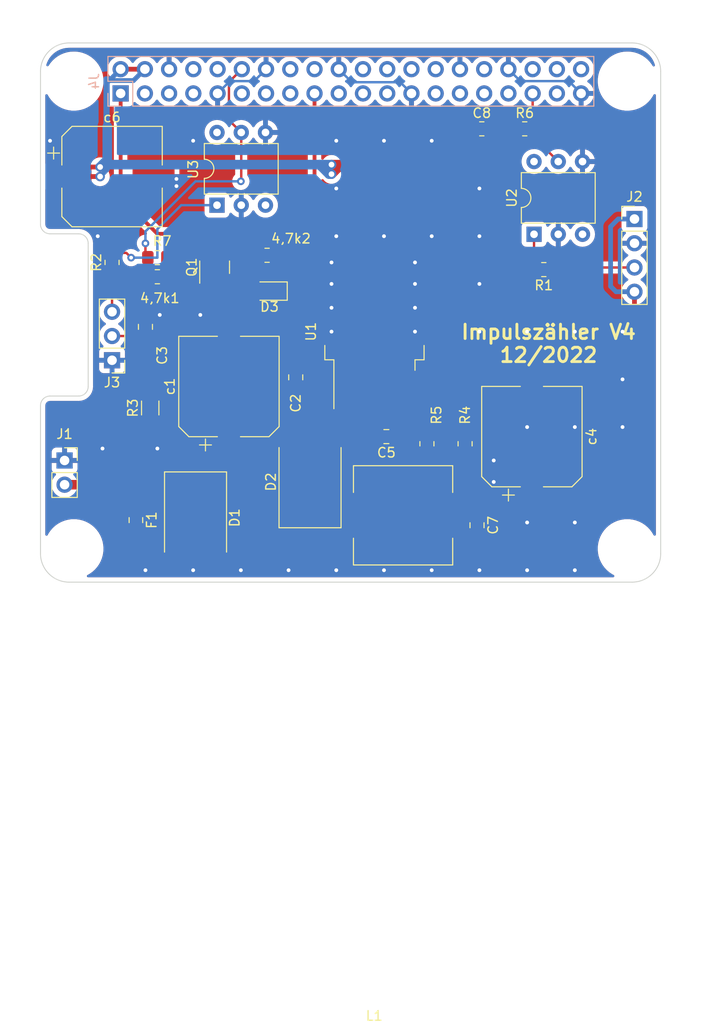
<source format=kicad_pcb>
(kicad_pcb (version 20211014) (generator pcbnew)
  (title_block (date "2022-12-14") (rev "V4"))
  (layers (0 "F.Cu" signal) (31 "B.Cu" signal) (34 "B.Paste" user) (35 "F.Paste" user) (36 "B.SilkS" user "B.Silkscreen") (37 "F.SilkS" user "F.Silkscreen") (38 "B.Mask" user) (39 "F.Mask" user) (44 "Edge.Cuts" user))
  (net 0 "")
  (net 1 "+3V3")
  (net 2 "Net-(4,7k1-Pad1)")
  (net 3 "Net-(R1-Pad2)")
  (net 4 "GND")
  (net 5 "Net-(C3-Pad1)")
  (net 6 "GPIO19")
  (net 7 "Net-(C5-Pad1)")
  (net 8 "+24V")
  (net 9 "+5C")
  (net 10 "Net-(D1-Pad2)")
  (net 11 "Net-(D3-Pad2)")
  (net 12 "Net-(R2-Pad2)")
  (net 14 "Net-(4,7k1-Pad2)")
  (net 16 "Net-(4,7k2-Pad1)")
  (net 17 "Net-(F1-Pad1)")
  (net 18 "Net-(J2-Pad3)")
  (net 19 "Net-(D2-Pad1)")
  (net 48 "Net-(J3-Pad3)")
  (footprint "Resistor_SMD:R_0805_2012Metric_Pad1.20x1.40mm_HandSolder" (layer "F.Cu") (at 196.75 58.5 180)
    (fp_text reference "R1" (at 0 -1.65) (layer "F.SilkS"))
    (fp_text value "1k")
    (fp_line (start -0.227064 0.735) (end 0.227064 0.735) (layer "F.SilkS") (width 0.12))
    (fp_line (start -0.227064 -0.735) (end 0.227064 -0.735) (layer "F.SilkS") (width 0.12))
    (pad "1" smd roundrect (at -1 0 180) (size 1.2 1.4) (layers "F.Cu" "F.Paste" "F.Mask") (roundrect_rratio 0.2083333333) (net 18 "Net-(J2-Pad3)"))
    (pad "2" smd roundrect (at 1 0 180) (size 1.2 1.4) (layers "F.Cu" "F.Paste" "F.Mask") (roundrect_rratio 0.2083333333) (net 3 "Net-(R1-Pad2)"))
  )
  (footprint "Resistor_SMD:R_0805_2012Metric_Pad1.20x1.40mm_HandSolder" (layer "F.Cu") (at 156.25 57.25 180)
    (fp_text reference "R7" (at -0.5 1.75) (layer "F.SilkS"))
    (fp_text value "10k")
    (fp_line (start -0.227064 -0.735) (end 0.227064 -0.735) (layer "F.SilkS") (width 0.12))
    (fp_line (start -0.227064 0.735) (end 0.227064 0.735) (layer "F.SilkS") (width 0.12))
    (pad "1" smd roundrect (at -1 0 180) (size 1.2 1.4) (layers "F.Cu" "F.Paste" "F.Mask") (roundrect_rratio 0.2083333333) (net 1 "+3V3"))
    (pad "2" smd roundrect (at 1 0 180) (size 1.2 1.4) (layers "F.Cu" "F.Paste" "F.Mask") (roundrect_rratio 0.2083333333) (net 14 "Net-(4,7k1-Pad2)"))
  )
  (footprint "RPi_Hat:RPi_Hat_Mounting_Hole" (layer "F.Cu") (at 147.5 87.75)
    (fp_text reference "" hide)
    (fp_text value "" hide)
    (pad "" np_thru_hole circle locked (at 0 0) (size 2.75 2.75) (drill 2.75) (layers F&B.Cu *.Mask) (clearance 1.725))
  )
  (footprint "Resistor_SMD:R_0805_2012Metric_Pad1.20x1.40mm_HandSolder" (layer "F.Cu") (at 151.5 57.75 90)
    (fp_text reference "R2" (at 0 -1.65 90) (layer "F.SilkS"))
    (fp_text value "2.2k")
    (fp_line (start -0.227064 -0.735) (end 0.227064 -0.735) (layer "F.SilkS") (width 0.12))
    (fp_line (start -0.227064 0.735) (end 0.227064 0.735) (layer "F.SilkS") (width 0.12))
    (pad "1" smd roundrect (at -1 0 90) (size 1.2 1.4) (layers "F.Cu" "F.Paste" "F.Mask") (roundrect_rratio 0.2083333333) (net 48 "Net-(J3-Pad3)"))
    (pad "2" smd roundrect (at 1 0 90) (size 1.2 1.4) (layers "F.Cu" "F.Paste" "F.Mask") (roundrect_rratio 0.2083333333) (net 12 "Net-(R2-Pad2)"))
  )
  (footprint "Fuse:Fuse_0805_2012Metric_Pad1.15x1.40mm_HandSolder" (layer "F.Cu") (at 154 84.75 -90)
    (fp_text reference "F1" (at 0 -1.65 -90) (layer "F.SilkS"))
    (fp_text value "Fuse")
    (fp_line (start -0.261252 -0.71) (end 0.261252 -0.71) (layer "F.SilkS") (width 0.12))
    (fp_line (start -0.261252 0.71) (end 0.261252 0.71) (layer "F.SilkS") (width 0.12))
    (pad "1" smd roundrect (at -1.025 0 270) (size 1.15 1.4) (layers "F.Cu" "F.Paste" "F.Mask") (roundrect_rratio 0.217391) (net 17 "Net-(F1-Pad1)"))
    (pad "2" smd roundrect (at 1.025 0 270) (size 1.15 1.4) (layers "F.Cu" "F.Paste" "F.Mask") (roundrect_rratio 0.217391) (net 10 "Net-(D1-Pad2)"))
  )
  (footprint "Capacitor_SMD:CP_Elec_10x12.6" (layer "F.Cu") (at 163.75 70.75 90)
    (fp_text reference "c1" (at 0 -6.2 90) (layer "F.SilkS"))
    (fp_text value "100")
    (fp_line (start -4.195563 -5.26) (end 5.26 -5.26) (layer "F.SilkS") (width 0.12))
    (fp_line (start 5.26 5.26) (end 5.26 1.21) (layer "F.SilkS") (width 0.12))
    (fp_line (start -5.26 4.195563) (end -5.26 1.21) (layer "F.SilkS") (width 0.12))
    (fp_line (start -6.75 -2.46) (end -5.5 -2.46) (layer "F.SilkS") (width 0.12))
    (fp_line (start -5.26 4.195563) (end -4.195563 5.26) (layer "F.SilkS") (width 0.12))
    (fp_line (start -5.26 -4.195563) (end -5.26 -1.21) (layer "F.SilkS") (width 0.12))
    (fp_line (start -5.26 -4.195563) (end -4.195563 -5.26) (layer "F.SilkS") (width 0.12))
    (fp_line (start -6.125 -3.085) (end -6.125 -1.835) (layer "F.SilkS") (width 0.12))
    (fp_line (start 5.26 -5.26) (end 5.26 -1.21) (layer "F.SilkS") (width 0.12))
    (fp_line (start -4.195563 5.26) (end 5.26 5.26) (layer "F.SilkS") (width 0.12))
    (pad "1" smd roundrect (at -4.35 0 90) (size 4.4 1.9) (layers "F.Cu" "F.Paste" "F.Mask") (roundrect_rratio 0.1315789474) (net 8 "+24V"))
    (pad "2" smd roundrect (at 4.35 0 90) (size 4.4 1.9) (layers "F.Cu" "F.Paste" "F.Mask") (roundrect_rratio 0.1315789474) (net 4 "GND"))
  )
  (footprint "Resistor_SMD:R_0805_2012Metric_Pad1.20x1.40mm_HandSolder" (layer "F.Cu") (at 156.25 59.25 180)
    (fp_text reference "4,7k1" (at -0.25 -2.25) (layer "F.SilkS"))
    (fp_text value "R")
    (fp_line (start -0.227064 0.735) (end 0.227064 0.735) (layer "F.SilkS") (width 0.12))
    (fp_line (start -0.227064 -0.735) (end 0.227064 -0.735) (layer "F.SilkS") (width 0.12))
    (pad "1" smd roundrect (at -1 0 180) (size 1.2 1.4) (layers "F.Cu" "F.Paste" "F.Mask") (roundrect_rratio 0.2083333333) (net 2 "Net-(4,7k1-Pad1)"))
    (pad "2" smd roundrect (at 1 0 180) (size 1.2 1.4) (layers "F.Cu" "F.Paste" "F.Mask") (roundrect_rratio 0.2083333333) (net 14 "Net-(4,7k1-Pad2)"))
  )
  (footprint "Capacitor_SMD:CP_Elec_10x12.6" (layer "F.Cu") (at 151.5 48.75)
    (fp_text reference "c6" (at 0 -6.2) (layer "F.SilkS"))
    (fp_text value "470")
    (fp_line (start -6.75 -2.46) (end -5.5 -2.46) (layer "F.SilkS") (width 0.12))
    (fp_line (start -4.195563 5.26) (end 5.26 5.26) (layer "F.SilkS") (width 0.12))
    (fp_line (start 5.26 -5.26) (end 5.26 -1.21) (layer "F.SilkS") (width 0.12))
    (fp_line (start -5.26 -4.195563) (end -5.26 -1.21) (layer "F.SilkS") (width 0.12))
    (fp_line (start 5.26 5.26) (end 5.26 1.21) (layer "F.SilkS") (width 0.12))
    (fp_line (start -5.26 -4.195563) (end -4.195563 -5.26) (layer "F.SilkS") (width 0.12))
    (fp_line (start -5.26 4.195563) (end -5.26 1.21) (layer "F.SilkS") (width 0.12))
    (fp_line (start -4.195563 -5.26) (end 5.26 -5.26) (layer "F.SilkS") (width 0.12))
    (fp_line (start -6.125 -3.085) (end -6.125 -1.835) (layer "F.SilkS") (width 0.12))
    (fp_line (start -5.26 4.195563) (end -4.195563 5.26) (layer "F.SilkS") (width 0.12))
    (pad "1" smd roundrect (at -4.35 0) (size 4.4 1.9) (layers "F.Cu" "F.Paste" "F.Mask") (roundrect_rratio 0.1315789474) (net 9 "+5C"))
    (pad "2" smd roundrect (at 4.35 0) (size 4.4 1.9) (layers "F.Cu" "F.Paste" "F.Mask") (roundrect_rratio 0.1315789474) (net 4 "GND"))
  )
  (footprint "Inductor_SMD:L_Wuerth_HCI-1040" (layer "F.Cu") (at 182 84.25)
    (fp_text reference "L1" (at -3.025 52.45) (layer "F.SilkS"))
    (fp_text value "47uH")
    (fp_line (start 5.2 5.2) (end 5.2 2.4) (layer "F.SilkS") (width 0.12))
    (fp_line (start -5.2 -2.4) (end -5.2 -5.2) (layer "F.SilkS") (width 0.12))
    (fp_line (start -5.2 -5.2) (end 5.2 -5.2) (layer "F.SilkS") (width 0.12))
    (fp_line (start -5.2 2.4) (end -5.2 5.2) (layer "F.SilkS") (width 0.12))
    (fp_line (start -5.2 5.2) (end 5.2 5.2) (layer "F.SilkS") (width 0.12))
    (fp_line (start 5.2 -5.2) (end 5.2 -2.4) (layer "F.SilkS") (width 0.12))
    (pad "1" smd rect (at -4 0) (size 3.5 4) (layers "F.Cu" "F.Paste" "F.Mask") (net 19 "Net-(D2-Pad1)"))
    (pad "2" smd rect (at 4 0) (size 3.5 4) (layers "F.Cu" "F.Paste" "F.Mask") (net 9 "+5C"))
  )
  (footprint "Diode_SMD:D_0805_2012Metric_Pad1.15x1.40mm_HandSolder" (layer "F.Cu") (at 168 60.75 180)
    (fp_text reference "D3" (at 0 -1.65 180) (layer "F.SilkS"))
    (fp_text value "LED")
    (fp_line (start 1 -0.96) (end -1.86 -0.96) (layer "F.SilkS") (width 0.12))
    (fp_line (start -1.86 0.96) (end 1 0.96) (layer "F.SilkS") (width 0.12))
    (fp_line (start -1.86 -0.96) (end -1.86 0.96) (layer "F.SilkS") (width 0.12))
    (pad "1" smd roundrect (at -1.025 0 180) (size 1.15 1.4) (layers "F.Cu" "F.Paste" "F.Mask") (roundrect_rratio 0.217391) (net 16 "Net-(4,7k2-Pad1)"))
    (pad "2" smd roundrect (at 1.025 0 180) (size 1.15 1.4) (layers "F.Cu" "F.Paste" "F.Mask") (roundrect_rratio 0.217391) (net 11 "Net-(D3-Pad2)"))
  )
  (footprint "Package_DIP:DIP-6_W7.62mm" (layer "F.Cu") (at 195.725 54.8 90)
    (fp_text reference "U2" (at 3.81 -2.33 90) (layer "F.SilkS"))
    (fp_text value "4N35")
    (fp_line (start 6.46 -1.33) (end 4.81 -1.33) (layer "F.SilkS") (width 0.12))
    (fp_line (start 2.81 -1.33) (end 1.16 -1.33) (layer "F.SilkS") (width 0.12))
    (fp_line (start 1.16 -1.33) (end 1.16 6.41) (layer "F.SilkS") (width 0.12))
    (fp_line (start 6.46 6.41) (end 6.46 -1.33) (layer "F.SilkS") (width 0.12))
    (fp_line (start 1.16 6.41) (end 6.46 6.41) (layer "F.SilkS") (width 0.12))
    (fp_arc (start 4.81 -1.33) (mid 3.81 -0.33) (end 2.81 -1.33) (layer "F.SilkS") (width 0.12))
    (pad "1" thru_hole rect (at 0 0 90) (size 1.6 1.6) (drill 0.8) (layers *.Cu *.Mask) (net 3 "Net-(R1-Pad2)"))
    (pad "2" thru_hole oval (at 0 2.54 90) (size 1.6 1.6) (drill 0.8) (layers *.Cu *.Mask) (net 4 "GND"))
    (pad "3" thru_hole oval (at 0 5.08 90) (size 1.6 1.6) (drill 0.8) (layers *.Cu *.Mask))
    (pad "4" thru_hole oval (at 7.62 5.08 90) (size 1.6 1.6) (drill 0.8) (layers *.Cu *.Mask) (net 4 "GND"))
    (pad "5" thru_hole oval (at 7.62 2.54 90) (size 1.6 1.6) (drill 0.8) (layers *.Cu *.Mask) (net 6 "GPIO19"))
    (pad "6" thru_hole oval (at 7.62 0 90) (size 1.6 1.6) (drill 0.8) (layers *.Cu *.Mask))
  )
  (footprint "Capacitor_SMD:C_0805_2012Metric_Pad1.18x1.45mm_HandSolder" (layer "F.Cu") (at 170.75 69.7875 90)
    (fp_text reference "C2" (at -2.7125 0 90) (layer "F.SilkS"))
    (fp_text value "100n")
    (fp_line (start -0.261252 0.735) (end 0.261252 0.735) (layer "F.SilkS") (width 0.12))
    (fp_line (start -0.261252 -0.735) (end 0.261252 -0.735) (layer "F.SilkS") (width 0.12))
    (pad "1" smd roundrect (at -1.0375 0 90) (size 1.175 1.45) (layers "F.Cu" "F.Paste" "F.Mask") (roundrect_rratio 0.2127659574) (net 8 "+24V"))
    (pad "2" smd roundrect (at 1.0375 0 90) (size 1.175 1.45) (layers "F.Cu" "F.Paste" "F.Mask") (roundrect_rratio 0.2127659574) (net 4 "GND"))
  )
  (footprint "Resistor_SMD:R_1206_3216Metric_Pad1.30x1.75mm_HandSolder" (layer "F.Cu") (at 155.5 73 90)
    (fp_text reference "R3" (at 0 -1.82 90) (layer "F.SilkS"))
    (fp_text value "22R")
    (fp_line (start -0.727064 0.91) (end 0.727064 0.91) (layer "F.SilkS") (width 0.12))
    (fp_line (start -0.727064 -0.91) (end 0.727064 -0.91) (layer "F.SilkS") (width 0.12))
    (pad "1" smd roundrect (at -1.55 0 90) (size 1.3 1.75) (layers "F.Cu" "F.Paste" "F.Mask") (roundrect_rratio 0.192308) (net 8 "+24V"))
    (pad "2" smd roundrect (at 1.55 0 90) (size 1.3 1.75) (layers "F.Cu" "F.Paste" "F.Mask") (roundrect_rratio 0.192308) (net 5 "Net-(C3-Pad1)"))
  )
  (footprint "RPi_Hat:RPi_Hat_Mounting_Hole" (layer "F.Cu") (at 205.5 38.75)
    (fp_text reference "" hide)
    (fp_text value "" hide)
    (pad "" np_thru_hole circle locked (at 0 0) (size 2.75 2.75) (drill 2.75) (layers F&B.Cu *.Mask) (clearance 1.725))
  )
  (footprint "Connector_PinSocket_2.54mm:PinSocket_1x02_P2.54mm_Vertical" (layer "F.Cu") (at 146.525 78.5)
    (fp_text reference "J1" (at 0 -2.77) (layer "F.SilkS"))
    (fp_text value "Conn_01x02_Male")
    (fp_line (start -1.33 1.27) (end 1.33 1.27) (layer "F.SilkS") (width 0.12))
    (fp_line (start 1.33 1.27) (end 1.33 3.87) (layer "F.SilkS") (width 0.12))
    (fp_line (start 0 -1.33) (end 1.33 -1.33) (layer "F.SilkS") (width 0.12))
    (fp_line (start -1.33 1.27) (end -1.33 3.87) (layer "F.SilkS") (width 0.12))
    (fp_line (start -1.33 3.87) (end 1.33 3.87) (layer "F.SilkS") (width 0.12))
    (fp_line (start 1.33 -1.33) (end 1.33 0) (layer "F.SilkS") (width 0.12))
    (pad "1" thru_hole rect (at 0 0) (size 1.7 1.7) (drill 1) (layers *.Cu *.Mask) (net 4 "GND"))
    (pad "2" thru_hole oval (at 0 2.54) (size 1.7 1.7) (drill 1) (layers *.Cu *.Mask) (net 17 "Net-(F1-Pad1)"))
  )
  (footprint "Resistor_SMD:R_0805_2012Metric_Pad1.20x1.40mm_HandSolder" (layer "F.Cu") (at 167.75 57 180)
    (fp_text reference "4,7k2" (at -2.5 1.75) (layer "F.SilkS"))
    (fp_text value "R")
    (fp_line (start -0.227064 0.735) (end 0.227064 0.735) (layer "F.SilkS") (width 0.12))
    (fp_line (start -0.227064 -0.735) (end 0.227064 -0.735) (layer "F.SilkS") (width 0.12))
    (pad "1" smd roundrect (at -1 0 180) (size 1.2 1.4) (layers "F.Cu" "F.Paste" "F.Mask") (roundrect_rratio 0.2083333333) (net 16 "Net-(4,7k2-Pad1)"))
    (pad "2" smd roundrect (at 1 0 180) (size 1.2 1.4) (layers "F.Cu" "F.Paste" "F.Mask") (roundrect_rratio 0.2083333333) (net 4 "GND"))
  )
  (footprint "Package_TO_SOT_SMD:SOT-23" (layer "F.Cu") (at 162.25 58.25 90)
    (fp_text reference "Q1" (at 0 -2.4 90) (layer "F.SilkS"))
    (fp_text value "BC856")
    (fp_line (start 0 1.56) (end 0.65 1.56) (layer "F.SilkS") (width 0.12))
    (fp_line (start 0 -1.56) (end 0.65 -1.56) (layer "F.SilkS") (width 0.12))
    (fp_line (start 0 -1.56) (end -1.675 -1.56) (layer "F.SilkS") (width 0.12))
    (fp_line (start 0 1.56) (end -0.65 1.56) (layer "F.SilkS") (width 0.12))
    (pad "1" smd roundrect (at -0.9375 -0.95 90) (size 1.475 0.6) (layers "F.Cu" "F.Paste" "F.Mask") (net 2 "Net-(4,7k1-Pad1)"))
    (pad "2" smd roundrect (at -0.9375 0.95 90) (size 1.475 0.6) (layers "F.Cu" "F.Paste" "F.Mask") (net 11 "Net-(D3-Pad2)"))
    (pad "3" smd roundrect (at 0.9375 0 90) (size 1.475 0.6) (layers "F.Cu" "F.Paste" "F.Mask") (net 1 "+3V3"))
  )
  (footprint "Package_DIP:DIP-6_W7.62mm" (layer "F.Cu") (at 162.5 51.75 90)
    (fp_text reference "U3" (at 3.75 -2.5 90) (layer "F.SilkS"))
    (fp_text value "4N35")
    (fp_line (start 1.16 -1.33) (end 1.16 6.41) (layer "F.SilkS") (width 0.12))
    (fp_line (start 6.46 -1.33) (end 4.81 -1.33) (layer "F.SilkS") (width 0.12))
    (fp_line (start 2.81 -1.33) (end 1.16 -1.33) (layer "F.SilkS") (width 0.12))
    (fp_line (start 1.16 6.41) (end 6.46 6.41) (layer "F.SilkS") (width 0.12))
    (fp_line (start 6.46 6.41) (end 6.46 -1.33) (layer "F.SilkS") (width 0.12))
    (fp_arc (start 4.81 -1.33) (mid 3.81 -0.33) (end 2.81 -1.33) (layer "F.SilkS") (width 0.12))
    (pad "1" thru_hole rect (at 0 0 90) (size 1.6 1.6) (drill 0.8) (layers *.Cu *.Mask) (net 12 "Net-(R2-Pad2)"))
    (pad "2" thru_hole oval (at 0 2.54 90) (size 1.6 1.6) (drill 0.8) (layers *.Cu *.Mask) (net 4 "GND"))
    (pad "3" thru_hole oval (at 0 5.08 90) (size 1.6 1.6) (drill 0.8) (layers *.Cu *.Mask))
    (pad "4" thru_hole oval (at 7.62 5.08 90) (size 1.6 1.6) (drill 0.8) (layers *.Cu *.Mask) (net 4 "GND"))
    (pad "5" thru_hole oval (at 7.62 2.54 90) (size 1.6 1.6) (drill 0.8) (layers *.Cu *.Mask) (net 14 "Net-(4,7k1-Pad2)"))
    (pad "6" thru_hole oval (at 7.62 0 90) (size 1.6 1.6) (drill 0.8) (layers *.Cu *.Mask))
  )
  (footprint "Capacitor_SMD:CP_Elec_10x12.6" (layer "F.Cu") (at 195.5 76 90)
    (fp_text reference "c4" (at 0 6.25 90) (layer "F.SilkS"))
    (fp_text value "470")
    (fp_line (start -5.26 -4.195563) (end -5.26 -1.21) (layer "F.SilkS") (width 0.12))
    (fp_line (start -5.26 -4.195563) (end -4.195563 -5.26) (layer "F.SilkS") (width 0.12))
    (fp_line (start 5.26 5.26) (end 5.26 1.21) (layer "F.SilkS") (width 0.12))
    (fp_line (start -6.125 -3.085) (end -6.125 -1.835) (layer "F.SilkS") (width 0.12))
    (fp_line (start -5.26 4.195563) (end -5.26 1.21) (layer "F.SilkS") (width 0.12))
    (fp_line (start -6.75 -2.46) (end -5.5 -2.46) (layer "F.SilkS") (width 0.12))
    (fp_line (start -4.195563 -5.26) (end 5.26 -5.26) (layer "F.SilkS") (width 0.12))
    (fp_line (start -5.26 4.195563) (end -4.195563 5.26) (layer "F.SilkS") (width 0.12))
    (fp_line (start -4.195563 5.26) (end 5.26 5.26) (layer "F.SilkS") (width 0.12))
    (fp_line (start 5.26 -5.26) (end 5.26 -1.21) (layer "F.SilkS") (width 0.12))
    (pad "1" smd roundrect (at -4.35 0 90) (size 4.4 1.9) (layers "F.Cu" "F.Paste" "F.Mask") (roundrect_rratio 0.1315789474) (net 9 "+5C"))
    (pad "2" smd roundrect (at 4.35 0 90) (size 4.4 1.9) (layers "F.Cu" "F.Paste" "F.Mask") (roundrect_rratio 0.1315789474) (net 4 "GND"))
  )
  (footprint "Connector_PinHeader_2.54mm:PinHeader_1x04_P2.54mm_Vertical" (layer "F.Cu") (at 206.25 53.2)
    (fp_text reference "J2" (at 0 -2.33) (layer "F.SilkS"))
    (fp_text value "Conn_01x04_Male")
    (fp_line (start -1.33 1.27) (end 1.33 1.27) (layer "F.SilkS") (width 0.12))
    (fp_line (start -1.33 1.27) (end -1.33 8.95) (layer "F.SilkS") (width 0.12))
    (fp_line (start -1.33 0) (end -1.33 -1.33) (layer "F.SilkS") (width 0.12))
    (fp_line (start -1.33 -1.33) (end 0 -1.33) (layer "F.SilkS") (width 0.12))
    (fp_line (start -1.33 8.95) (end 1.33 8.95) (layer "F.SilkS") (width 0.12))
    (fp_line (start 1.33 1.27) (end 1.33 8.95) (layer "F.SilkS") (width 0.12))
    (pad "1" thru_hole rect (at 0 0) (size 1.7 1.7) (drill 1) (layers *.Cu *.Mask) (net 9 "+5C"))
    (pad "2" thru_hole oval (at 0 2.54) (size 1.7 1.7) (drill 1) (layers *.Cu *.Mask) (net 4 "GND"))
    (pad "3" thru_hole oval (at 0 5.08) (size 1.7 1.7) (drill 1) (layers *.Cu *.Mask) (net 18 "Net-(J2-Pad3)"))
    (pad "4" thru_hole oval (at 0 7.62) (size 1.7 1.7) (drill 1) (layers *.Cu *.Mask) (net 9 "+5C"))
  )
  (footprint "Capacitor_SMD:C_0805_2012Metric_Pad1.18x1.45mm_HandSolder" (layer "F.Cu") (at 180.25 76 180)
    (fp_text reference "C5" (at 0 -1.68) (layer "F.SilkS"))
    (fp_text value "5n")
    (fp_line (start -0.261252 -0.735) (end 0.261252 -0.735) (layer "F.SilkS") (width 0.12))
    (fp_line (start -0.261252 0.735) (end 0.261252 0.735) (layer "F.SilkS") (width 0.12))
    (pad "1" smd roundrect (at -1.0375 0 180) (size 1.175 1.45) (layers "F.Cu" "F.Paste" "F.Mask") (roundrect_rratio 0.2127659574) (net 7 "Net-(C5-Pad1)"))
    (pad "2" smd roundrect (at 1.0375 0 180) (size 1.175 1.45) (layers "F.Cu" "F.Paste" "F.Mask") (roundrect_rratio 0.2127659574) (net 4 "GND"))
  )
  (footprint "RPi_Hat:RPi_Hat_Mounting_Hole" (layer "F.Cu") (at 205.5 87.75)
    (fp_text reference "" hide)
    (fp_text value "" hide)
    (pad "" np_thru_hole circle locked (at 0 0) (size 2.75 2.75) (drill 2.75) (layers F&B.Cu *.Mask) (clearance 1.725))
  )
  (footprint "Connector_PinHeader_2.54mm:PinHeader_1x03_P2.54mm_Vertical" (layer "F.Cu") (at 151.5 68 180)
    (fp_text reference "J3" (at 0 -2.33) (layer "F.SilkS"))
    (fp_text value "Conn_01x03_Male")
    (fp_line (start -1.33 0) (end -1.33 -1.33) (layer "F.SilkS") (width 0.12))
    (fp_line (start -1.33 -1.33) (end 0 -1.33) (layer "F.SilkS") (width 0.12))
    (fp_line (start -1.33 1.27) (end 1.33 1.27) (layer "F.SilkS") (width 0.12))
    (fp_line (start -1.33 6.41) (end 1.33 6.41) (layer "F.SilkS") (width 0.12))
    (fp_line (start 1.33 1.27) (end 1.33 6.41) (layer "F.SilkS") (width 0.12))
    (fp_line (start -1.33 1.27) (end -1.33 6.41) (layer "F.SilkS") (width 0.12))
    (pad "1" thru_hole rect (at 0 0 180) (size 1.7 1.7) (drill 1) (layers *.Cu *.Mask) (net 4 "GND"))
    (pad "2" thru_hole oval (at 0 2.54 180) (size 1.7 1.7) (drill 1) (layers *.Cu *.Mask) (net 5 "Net-(C3-Pad1)"))
    (pad "3" thru_hole oval (at 0 5.08 180) (size 1.7 1.7) (drill 1) (layers *.Cu *.Mask) (net 48 "Net-(J3-Pad3)"))
  )
  (footprint "Resistor_SMD:R_0805_2012Metric_Pad1.20x1.40mm_HandSolder" (layer "F.Cu") (at 190.25 43.75)
    (fp_text reference "C8" (at 0 -1.65) (layer "F.SilkS"))
    (fp_text value "10uF")
    (fp_line (start -0.227064 0.735) (end 0.227064 0.735) (layer "F.SilkS") (width 0.12))
    (fp_line (start -0.227064 -0.735) (end 0.227064 -0.735) (layer "F.SilkS") (width 0.12))
    (pad "1" smd roundrect (at -1 0) (size 1.2 1.4) (layers "F.Cu" "F.Paste" "F.Mask") (roundrect_rratio 0.2083333333) (net 1 "+3V3"))
    (pad "2" smd roundrect (at 1 0) (size 1.2 1.4) (layers "F.Cu" "F.Paste" "F.Mask") (roundrect_rratio 0.2083333333) (net 4 "GND"))
  )
  (footprint "Capacitor_SMD:C_0805_2012Metric_Pad1.18x1.45mm_HandSolder" (layer "F.Cu") (at 189.75 85.2875 -90)
    (fp_text reference "C7" (at 0 -1.68 90) (layer "F.SilkS"))
    (fp_text value "100n")
    (fp_line (start -0.261252 -0.735) (end 0.261252 -0.735) (layer "F.SilkS") (width 0.12))
    (fp_line (start -0.261252 0.735) (end 0.261252 0.735) (layer "F.SilkS") (width 0.12))
    (pad "1" smd roundrect (at -1.0375 0 270) (size 1.175 1.45) (layers "F.Cu" "F.Paste" "F.Mask") (roundrect_rratio 0.2127659574) (net 9 "+5C"))
    (pad "2" smd roundrect (at 1.0375 0 270) (size 1.175 1.45) (layers "F.Cu" "F.Paste" "F.Mask") (roundrect_rratio 0.2127659574) (net 4 "GND"))
  )
  (footprint "Resistor_SMD:R_0805_2012Metric_Pad1.20x1.40mm_HandSolder" (layer "F.Cu") (at 194.75 43.75)
    (fp_text reference "R6" (at 0 -1.65) (layer "F.SilkS"))
    (fp_text value "10k")
    (fp_line (start -0.227064 0.735) (end 0.227064 0.735) (layer "F.SilkS") (width 0.12))
    (fp_line (start -0.227064 -0.735) (end 0.227064 -0.735) (layer "F.SilkS") (width 0.12))
    (pad "1" smd roundrect (at -1 0) (size 1.2 1.4) (layers "F.Cu" "F.Paste" "F.Mask") (roundrect_rratio 0.2083333333) (net 1 "+3V3"))
    (pad "2" smd roundrect (at 1 0) (size 1.2 1.4) (layers "F.Cu" "F.Paste" "F.Mask") (roundrect_rratio 0.2083333333) (net 6 "GPIO19"))
  )
  (footprint "Resistor_SMD:R_0805_2012Metric_Pad1.20x1.40mm_HandSolder" (layer "F.Cu") (at 188.5 76.75 90)
    (fp_text reference "R4" (at 3 0 90) (layer "F.SilkS"))
    (fp_text value "3k")
    (fp_line (start -0.227064 -0.735) (end 0.227064 -0.735) (layer "F.SilkS") (width 0.12))
    (fp_line (start -0.227064 0.735) (end 0.227064 0.735) (layer "F.SilkS") (width 0.12))
    (pad "1" smd roundrect (at -1 0 90) (size 1.2 1.4) (layers "F.Cu" "F.Paste" "F.Mask") (roundrect_rratio 0.2083333333) (net 9 "+5C"))
    (pad "2" smd roundrect (at 1 0 90) (size 1.2 1.4) (layers "F.Cu" "F.Paste" "F.Mask") (roundrect_rratio 0.2083333333) (net 7 "Net-(C5-Pad1)"))
  )
  (footprint "Resistor_SMD:R_0805_2012Metric_Pad1.20x1.40mm_HandSolder" (layer "F.Cu") (at 184.5 76.75 -90)
    (fp_text reference "R5" (at -3 -1 90) (layer "F.SilkS"))
    (fp_text value "1k")
    (fp_line (start -0.227064 0.735) (end 0.227064 0.735) (layer "F.SilkS") (width 0.12))
    (fp_line (start -0.227064 -0.735) (end 0.227064 -0.735) (layer "F.SilkS") (width 0.12))
    (pad "1" smd roundrect (at -1 0 270) (size 1.2 1.4) (layers "F.Cu" "F.Paste" "F.Mask") (roundrect_rratio 0.2083333333) (net 7 "Net-(C5-Pad1)"))
    (pad "2" smd roundrect (at 1 0 270) (size 1.2 1.4) (layers "F.Cu" "F.Paste" "F.Mask") (roundrect_rratio 0.2083333333) (net 4 "GND"))
  )
  (footprint "Capacitor_SMD:C_0805_2012Metric_Pad1.18x1.45mm_HandSolder" (layer "F.Cu") (at 155 64.5 90)
    (fp_text reference "C3" (at -3 1.75 90) (layer "F.SilkS"))
    (fp_text value "100n")
    (fp_line (start -0.261252 -0.735) (end 0.261252 -0.735) (layer "F.SilkS") (width 0.12))
    (fp_line (start -0.261252 0.735) (end 0.261252 0.735) (layer "F.SilkS") (width 0.12))
    (pad "1" smd roundrect (at -1.0375 0 90) (size 1.175 1.45) (layers "F.Cu" "F.Paste" "F.Mask") (roundrect_rratio 0.2127659574) (net 5 "Net-(C3-Pad1)"))
    (pad "2" smd roundrect (at 1.0375 0 90) (size 1.175 1.45) (layers "F.Cu" "F.Paste" "F.Mask") (roundrect_rratio 0.2127659574) (net 4 "GND"))
  )
  (footprint "Diode_SMD:D_SMC" (layer "F.Cu") (at 160.25 84.5 -90)
    (fp_text reference "D1" (at 0 -4.1 90) (layer "F.SilkS"))
    (fp_text value "B360")
    (fp_line (start -4.8 -3.25) (end 3.6 -3.25) (layer "F.SilkS") (width 0.12))
    (fp_line (start -4.8 3.25) (end 3.6 3.25) (layer "F.SilkS") (width 0.12))
    (fp_line (start -4.8 3.25) (end -4.8 -3.25) (layer "F.SilkS") (width 0.12))
    (pad "1" smd rect (at -3.4 0) (size 3.3 2.5) (layers "F.Cu" "F.Paste" "F.Mask") (net 8 "+24V"))
    (pad "2" smd rect (at 3.4 0) (size 3.3 2.5) (layers "F.Cu" "F.Paste" "F.Mask") (net 10 "Net-(D1-Pad2)"))
  )
  (footprint "Diode_SMD:D_SMC" (layer "F.Cu") (at 172.25 80.75 90)
    (fp_text reference "D2" (at 0 -4.1 90) (layer "F.SilkS"))
    (fp_text value "B360")
    (fp_line (start -4.8 3.25) (end -4.8 -3.25) (layer "F.SilkS") (width 0.12))
    (fp_line (start -4.8 -3.25) (end 3.6 -3.25) (layer "F.SilkS") (width 0.12))
    (fp_line (start -4.8 3.25) (end 3.6 3.25) (layer "F.SilkS") (width 0.12))
    (pad "1" smd rect (at -3.4 0 180) (size 3.3 2.5) (layers "F.Cu" "F.Paste" "F.Mask") (net 19 "Net-(D2-Pad1)"))
    (pad "2" smd rect (at 3.4 0 180) (size 3.3 2.5) (layers "F.Cu" "F.Paste" "F.Mask") (net 4 "GND"))
  )
  (footprint "Package_TO_SOT_SMD:TO-263-5_TabPin3" (layer "F.Cu") (at 179 65 90)
    (fp_text reference "U1" (at 0 -6.65 90) (layer "F.SilkS"))
    (fp_text value "LM2596S-5")
    (fp_line (start -2.95 -5.2) (end -2.95 -4.25) (layer "F.SilkS") (width 0.12))
    (fp_line (start -2.95 5.2) (end -2.95 4.25) (layer "F.SilkS") (width 0.12))
    (fp_line (start -1.45 5.2) (end -2.95 5.2) (layer "F.SilkS") (width 0.12))
    (fp_line (start -2.95 4.25) (end -4.05 4.25) (layer "F.SilkS") (width 0.12))
    (fp_line (start -1.45 -5.2) (end -2.95 -5.2) (layer "F.SilkS") (width 0.12))
    (fp_line (start -2.95 -4.25) (end -8.075 -4.25) (layer "F.SilkS") (width 0.12))
    (pad "1" smd rect (at -5.775 -3.4 90) (size 4.6 1.1) (layers "F.Cu" "F.Paste" "F.Mask") (net 8 "+24V"))
    (pad "2" smd rect (at -5.775 -1.7 90) (size 4.6 1.1) (layers "F.Cu" "F.Paste" "F.Mask") (net 19 "Net-(D2-Pad1)"))
    (pad "3" smd rect (at -5.775 0 90) (size 4.6 1.1) (layers "F.Cu" "F.Paste" "F.Mask") (net 4 "GND"))
    (pad "3" smd rect (at 3.375 0 90) (size 9.4 10.8) (layers "F.Cu" "F.Mask") (net 4 "GND"))
    (pad "4" smd rect (at -5.775 1.7 90) (size 4.6 1.1) (layers "F.Cu" "F.Paste" "F.Mask") (net 7 "Net-(C5-Pad1)"))
    (pad "5" smd rect (at -5.775 3.4 90) (size 4.6 1.1) (layers "F.Cu" "F.Paste" "F.Mask") (net 4 "GND"))
  )
  (footprint "RPi_Hat:RPi_Hat_Mounting_Hole" (layer "F.Cu") (at 147.5 38.75)
    (fp_text reference "" hide)
    (fp_text value "" hide)
    (pad "" np_thru_hole circle locked (at 0 0) (size 2.75 2.75) (drill 2.75) (layers F&B.Cu *.Mask) (clearance 1.725))
  )
  (footprint "Connector_PinSocket_2.54mm:PinSocket_2x20_P2.54mm_Vertical" (layer "B.Cu") (at 152.4 40.04 -90)
    (fp_text reference "J4" (at -1.27 2.77 90) (layer "B.SilkS") (effects (justify mirror)))
    (fp_text value "Raspberry_Pi_2_3")
    (fp_line (start -1.27 1.33) (end -1.27 -1.27) (layer "B.SilkS") (width 0.12))
    (fp_line (start 1.33 -1.27) (end 1.33 -49.59) (layer "B.SilkS") (width 0.12))
    (fp_line (start -3.87 1.33) (end -3.87 -49.59) (layer "B.SilkS") (width 0.12))
    (fp_line (start -3.87 -49.59) (end 1.33 -49.59) (layer "B.SilkS") (width 0.12))
    (fp_line (start 1.33 1.33) (end 1.33 0) (layer "B.SilkS") (width 0.12))
    (fp_line (start -1.27 -1.27) (end 1.33 -1.27) (layer "B.SilkS") (width 0.12))
    (fp_line (start -3.87 1.33) (end -1.27 1.33) (layer "B.SilkS") (width 0.12))
    (fp_line (start 0 1.33) (end 1.33 1.33) (layer "B.SilkS") (width 0.12))
    (pad "1" thru_hole rect (at 0 0 270) (size 1.7 1.7) (drill 1) (layers *.Cu *.Mask) (net 1 "+3V3"))
    (pad "2" thru_hole oval (at -2.54 0 270) (size 1.7 1.7) (drill 1) (layers *.Cu *.Mask) (net 9 "+5C"))
    (pad "3" thru_hole oval (at 0 -2.54 270) (size 1.7 1.7) (drill 1) (layers *.Cu *.Mask))
    (pad "4" thru_hole oval (at -2.54 -2.54 270) (size 1.7 1.7) (drill 1) (layers *.Cu *.Mask) (net 9 "+5C"))
    (pad "5" thru_hole oval (at 0 -5.08 270) (size 1.7 1.7) (drill 1) (layers *.Cu *.Mask))
    (pad "6" thru_hole oval (at -2.54 -5.08 270) (size 1.7 1.7) (drill 1) (layers *.Cu *.Mask) (net 4 "GND"))
    (pad "7" thru_hole oval (at 0 -7.62 270) (size 1.7 1.7) (drill 1) (layers *.Cu *.Mask))
    (pad "8" thru_hole oval (at -2.54 -7.62 270) (size 1.7 1.7) (drill 1) (layers *.Cu *.Mask))
    (pad "9" thru_hole oval (at 0 -10.16 270) (size 1.7 1.7) (drill 1) (layers *.Cu *.Mask) (net 4 "GND"))
    (pad "10" thru_hole oval (at -2.54 -10.16 270) (size 1.7 1.7) (drill 1) (layers *.Cu *.Mask))
    (pad "11" thru_hole oval (at 0 -12.7 270) (size 1.7 1.7) (drill 1) (layers *.Cu *.Mask))
    (pad "12" thru_hole oval (at -2.54 -12.7 270) (size 1.7 1.7) (drill 1) (layers *.Cu *.Mask) (net 14 "Net-(4,7k1-Pad2)"))
    (pad "13" thru_hole oval (at 0 -15.24 270) (size 1.7 1.7) (drill 1) (layers *.Cu *.Mask))
    (pad "14" thru_hole oval (at -2.54 -15.24 270) (size 1.7 1.7) (drill 1) (layers *.Cu *.Mask) (net 4 "GND"))
    (pad "15" thru_hole oval (at 0 -17.78 270) (size 1.7 1.7) (drill 1) (layers *.Cu *.Mask))
    (pad "16" thru_hole oval (at -2.54 -17.78 270) (size 1.7 1.7) (drill 1) (layers *.Cu *.Mask))
    (pad "17" thru_hole oval (at 0 -20.32 270) (size 1.7 1.7) (drill 1) (layers *.Cu *.Mask) (net 1 "+3V3"))
    (pad "18" thru_hole oval (at -2.54 -20.32 270) (size 1.7 1.7) (drill 1) (layers *.Cu *.Mask))
    (pad "19" thru_hole oval (at 0 -22.86 270) (size 1.7 1.7) (drill 1) (layers *.Cu *.Mask))
    (pad "20" thru_hole oval (at -2.54 -22.86 270) (size 1.7 1.7) (drill 1) (layers *.Cu *.Mask) (net 4 "GND"))
    (pad "21" thru_hole oval (at 0 -25.4 270) (size 1.7 1.7) (drill 1) (layers *.Cu *.Mask))
    (pad "22" thru_hole oval (at -2.54 -25.4 270) (size 1.7 1.7) (drill 1) (layers *.Cu *.Mask))
    (pad "23" thru_hole oval (at 0 -27.94 270) (size 1.7 1.7) (drill 1) (layers *.Cu *.Mask))
    (pad "24" thru_hole oval (at -2.54 -27.94 270) (size 1.7 1.7) (drill 1) (layers *.Cu *.Mask))
    (pad "25" thru_hole oval (at 0 -30.48 270) (size 1.7 1.7) (drill 1) (layers *.Cu *.Mask) (net 4 "GND"))
    (pad "26" thru_hole oval (at -2.54 -30.48 270) (size 1.7 1.7) (drill 1) (layers *.Cu *.Mask))
    (pad "27" thru_hole oval (at 0 -33.02 270) (size 1.7 1.7) (drill 1) (layers *.Cu *.Mask))
    (pad "28" thru_hole oval (at -2.54 -33.02 270) (size 1.7 1.7) (drill 1) (layers *.Cu *.Mask))
    (pad "29" thru_hole oval (at 0 -35.56 270) (size 1.7 1.7) (drill 1) (layers *.Cu *.Mask))
    (pad "30" thru_hole oval (at -2.54 -35.56 270) (size 1.7 1.7) (drill 1) (layers *.Cu *.Mask) (net 4 "GND"))
    (pad "31" thru_hole oval (at 0 -38.1 270) (size 1.7 1.7) (drill 1) (layers *.Cu *.Mask))
    (pad "32" thru_hole oval (at -2.54 -38.1 270) (size 1.7 1.7) (drill 1) (layers *.Cu *.Mask))
    (pad "33" thru_hole oval (at 0 -40.64 270) (size 1.7 1.7) (drill 1) (layers *.Cu *.Mask))
    (pad "34" thru_hole oval (at -2.54 -40.64 270) (size 1.7 1.7) (drill 1) (layers *.Cu *.Mask) (net 4 "GND"))
    (pad "35" thru_hole oval (at 0 -43.18 270) (size 1.7 1.7) (drill 1) (layers *.Cu *.Mask) (net 6 "GPIO19"))
    (pad "36" thru_hole oval (at -2.54 -43.18 270) (size 1.7 1.7) (drill 1) (layers *.Cu *.Mask))
    (pad "37" thru_hole oval (at 0 -45.72 270) (size 1.7 1.7) (drill 1) (layers *.Cu *.Mask))
    (pad "38" thru_hole oval (at -2.54 -45.72 270) (size 1.7 1.7) (drill 1) (layers *.Cu *.Mask))
    (pad "39" thru_hole oval (at 0 -48.26 270) (size 1.7 1.7) (drill 1) (layers *.Cu *.Mask) (net 4 "GND"))
    (pad "40" thru_hole oval (at -2.54 -48.26 270) (size 1.7 1.7) (drill 1) (layers *.Cu *.Mask))
  )
  (gr_line (start 147 34.75) (end 206 34.75) (layer "Edge.Cuts") (width 0.1))
  (gr_arc (start 206 34.75) (mid 208.12132 35.62868) (end 209 37.75) (layer "Edge.Cuts") (width 0.1))
  (gr_arc (start 144 37.75) (mid 144.87868 35.62868) (end 147 34.75) (layer "Edge.Cuts") (width 0.1))
  (gr_line (start 209 37.75) (end 209 88.25) (layer "Edge.Cuts") (width 0.1))
  (gr_arc (start 149 70.75) (mid 148.707107 71.457107) (end 148 71.75) (layer "Edge.Cuts") (width 0.1))
  (gr_line (start 145 54.75) (end 148 54.75) (layer "Edge.Cuts") (width 0.1))
  (gr_line (start 147 91.25) (end 206 91.25) (layer "Edge.Cuts") (width 0.1))
  (gr_arc (start 209 88.25) (mid 208.12132 90.37132) (end 206 91.25) (layer "Edge.Cuts") (width 0.1))
  (gr_line (start 144 72.75) (end 144 88.25) (layer "Edge.Cuts") (width 0.1))
  (gr_arc (start 145 54.75) (mid 144.292893 54.457107) (end 144 53.75) (layer "Edge.Cuts") (width 0.1))
  (gr_line (start 145 71.75) (end 148 71.75) (layer "Edge.Cuts") (width 0.1))
  (gr_arc (start 144 72.75) (mid 144.292893 72.042893) (end 145 71.75) (layer "Edge.Cuts") (width 0.1))
  (gr_line (start 144 37.75) (end 144 53.75) (layer "Edge.Cuts") (width 0.1))
  (gr_arc (start 147 91.25) (mid 144.87868 90.37132) (end 144 88.25) (layer "Edge.Cuts") (width 0.1))
  (gr_line (start 144 72.75) (end 144 88.25) (layer "Edge.Cuts") (width 0.1))
  (gr_arc (start 148 54.75) (mid 148.707107 55.042893) (end 149 55.75) (layer "Edge.Cuts") (width 0.1))
  (gr_line (start 149 55.75) (end 149 70.75) (layer "Edge.Cuts") (width 0.1))
  (gr_text "Impulszähler V4\n12/2022" (at 197.25 66.25) (layer "F.SilkS") (effects (font (size 1.5 1.5) (thickness 0.3))))
  (segment (start 193.75 45.25) (end 193.75 43.75) (width 0.25) (layer "F.Cu") (net 1))
  (segment (start 156.25 54.75) (end 157 54.75) (width 0.4) (layer "F.Cu") (net 1))
  (segment (start 152.4 40.04) (end 152.4 50.9) (width 0.4) (layer "F.Cu") (net 1))
  (segment (start 172.72 40.04) (end 172.72 50.53) (width 0.4) (layer "F.Cu") (net 1))
  (segment (start 172.72 41.47) (end 175 43.75) (width 0.25) (layer "F.Cu") (net 1))
  (segment (start 172.72 50.53) (end 168.5 54.75) (width 0.4) (layer "F.Cu") (net 1))
  (segment (start 161.25 54.75) (end 162.25 54.75) (width 0.4) (layer "F.Cu") (net 1))
  (segment (start 162.25 57.3125) (end 162.25 54.75) (width 0.25) (layer "F.Cu") (net 1))
  (segment (start 175 43.75) (end 189.25 43.75) (width 0.25) (layer "F.Cu") (net 1))
  (segment (start 189.25 43.75) (end 189.25 45) (width 0.25) (layer "F.Cu") (net 1))
  (segment (start 152.4 50.9) (end 156.25 54.75) (width 0.4) (layer "F.Cu") (net 1))
  (segment (start 157.25 57.25) (end 157.25 55) (width 0.25) (layer "F.Cu") (net 1))
  (segment (start 157.25 55) (end 157 54.75) (width 0.25) (layer "F.Cu") (net 1))
  (segment (start 172.72 40.04) (end 172.72 41.47) (width 0.25) (layer "F.Cu") (net 1))
  (segment (start 190.75 46.5) (end 192.5 46.5) (width 0.25) (layer "F.Cu") (net 1))
  (segment (start 162.25 54.75) (end 163.75 54.75) (width 0.4) (layer "F.Cu") (net 1))
  (segment (start 192.5 46.5) (end 193.75 45.25) (width 0.25) (layer "F.Cu") (net 1))
  (segment (start 157 54.75) (end 161.25 54.75) (width 0.4) (layer "F.Cu") (net 1))
  (segment (start 189.25 45) (end 190.75 46.5) (width 0.25) (layer "F.Cu") (net 1))
  (segment (start 168.5 54.75) (end 163.75 54.75) (width 0.4) (layer "F.Cu") (net 1))
  (segment (start 157.3125 59.1875) (end 161.3 59.1875) (width 0.25) (layer "F.Cu") (net 2))
  (segment (start 157.25 59.25) (end 157.3125 59.1875) (width 0.25) (layer "F.Cu") (net 2))
  (segment (start 195.725 58.475) (end 195.75 58.5) (width 0.25) (layer "F.Cu") (net 3))
  (segment (start 195.725 54.8) (end 195.725 58.475) (width 0.25) (layer "F.Cu") (net 3))
  (via (at 190 50) (size 0.8) (drill 0.4) (layers "F.Cu" "B.Cu") (net 4))
  (via (at 155 90) (size 0.8) (drill 0.4) (layers "F.Cu" "B.Cu") (net 4))
  (via (at 156.25 77.25) (size 0.8) (drill 0.4) (layers "F.Cu" "B.Cu") (net 4))
  (via (at 190 65) (size 0.8) (drill 0.4) (layers "F.Cu" "B.Cu") (net 4))
  (via (at 180 90) (size 0.8) (drill 0.4) (layers "F.Cu" "B.Cu") (net 4))
  (via (at 175 45) (size 0.8) (drill 0.4) (layers "F.Cu" "B.Cu") (net 4))
  (via (at 174.5 65) (size 0.8) (drill 0.4) (layers "F.Cu" "B.Cu") (net 4))
  (via (at 160 45) (size 0.8) (drill 0.4) (layers "F.Cu" "B.Cu") (net 4))
  (via (at 150 55) (size 0.8) (drill 0.4) (layers "F.Cu" "B.Cu") (net 4))
  (via (at 195 75) (size 0.8) (drill 0.4) (layers "F.Cu" "B.Cu") (net 4))
  (via (at 180 55) (size 0.8) (drill 0.4) (layers "F.Cu" "B.Cu") (net 4))
  (via (at 183.25 60) (size 0.8) (drill 0.4) (layers "F.Cu" "B.Cu") (net 4))
  (via (at 185 55) (size 0.8) (drill 0.4) (layers "F.Cu" "B.Cu") (net 4))
  (via (at 183.25 57.75) (size 0.8) (drill 0.4) (layers "F.Cu" "B.Cu") (net 4))
  (via (at 200 65) (size 0.8) (drill 0.4) (layers "F.Cu" "B.Cu") (net 4))
  (via (at 150.5 77.25) (size 0.8) (drill 0.4) (layers "F.Cu" "B.Cu") (net 4))
  (via (at 174.5 60) (size 0.8) (drill 0.4) (layers "F.Cu" "B.Cu") (net 4))
  (via (at 175 55) (size 0.8) (drill 0.4) (layers "F.Cu" "B.Cu") (net 4))
  (via (at 191.5 80.75) (size 0.8) (drill 0.4) (layers "F.Cu" "B.Cu") (net 4))
  (via (at 195 90) (size 0.8) (drill 0.4) (layers "F.Cu" "B.Cu") (net 4))
  (via (at 175 50) (size 0.8) (drill 0.4) (layers "F.Cu" "B.Cu") (net 4))
  (via (at 160.75 63.25) (size 0.8) (drill 0.4) (layers "F.Cu" "B.Cu") (net 4))
  (via (at 185 90) (size 0.8) (drill 0.4) (layers "F.Cu" "B.Cu") (net 4))
  (via (at 191.5 78.5) (size 0.8) (drill 0.4) (layers "F.Cu" "B.Cu") (net 4))
  (via (at 200 85) (size 0.8) (drill 0.4) (layers "F.Cu" "B.Cu") (net 4))
  (via (at 170 90) (size 0.8) (drill 0.4) (layers "F.Cu" "B.Cu") (net 4))
  (via (at 205 65) (size 0.8) (drill 0.4) (layers "F.Cu" "B.Cu") (net 4))
  (via (at 190 55) (size 0.8) (drill 0.4) (layers "F.Cu" "B.Cu") (net 4))
  (via (at 185 45) (size 0.8) (drill 0.4) (layers "F.Cu" "B.Cu") (net 4))
  (via (at 158.25 49.75) (size 0.8) (drill 0.4) (layers "F.Cu" "B.Cu") (net 4))
  (via (at 200 90) (size 0.8) (drill 0.4) (layers "F.Cu" "B.Cu") (net 4))
  (via (at 175 90) (size 0.8) (drill 0.4) (layers "F.Cu" "B.Cu") (net 4))
  (via (at 200 75) (size 0.8) (drill 0.4) (layers "F.Cu" "B.Cu") (net 4))
  (via (at 183.25 65) (size 0.8) (drill 0.4) (layers "F.Cu" "B.Cu") (net 4))
  (via (at 183.25 62.5) (size 0.8) (drill 0.4) (layers "F.Cu" "B.Cu") (net 4))
  (via (at 158.25 49) (size 0.8) (drill 0.4) (layers "F.Cu" "B.Cu") (net 4))
  (via (at 190 90) (size 0.8) (drill 0.4) (layers "F.Cu" "B.Cu") (net 4))
  (via (at 174.5 57.75) (size 0.8) (drill 0.4) (layers "F.Cu" "B.Cu") (net 4))
  (via (at 195 65) (size 0.8) (drill 0.4) (layers "F.Cu" "B.Cu") (net 4))
  (via (at 160 90) (size 0.8) (drill 0.4) (layers "F.Cu" "B.Cu") (net 4))
  (via (at 205 75) (size 0.8) (drill 0.4) (layers "F.Cu" "B.Cu") (net 4))
  (via (at 165 90) (size 0.8) (drill 0.4) (layers "F.Cu" "B.Cu") (net 4))
  (via (at 205 70) (size 0.8) (drill 0.4) (layers "F.Cu" "B.Cu") (net 4))
  (via (at 190 60) (size 0.8) (drill 0.4) (layers "F.Cu" "B.Cu") (net 4))
  (via (at 174.5 62.5) (size 0.8) (drill 0.4) (layers "F.Cu" "B.Cu") (net 4))
  (via (at 145 45) (size 0.8) (drill 0.4) (layers "F.Cu" "B.Cu") (net 4))
  (via (at 156.5 63.25) (size 0.8) (drill 0.4) (layers "F.Cu" "B.Cu") (net 4))
  (via (at 195 85) (size 0.8) (drill 0.4) (layers "F.Cu" "B.Cu") (net 4))
  (via (at 180 45) (size 0.8) (drill 0.4) (layers "F.Cu" "B.Cu") (net 4))
  (segment (start 163.85 38.75) (end 166.39 38.75) (width 0.25) (layer "B.Cu") (net 4))
  (segment (start 162.56 40.04) (end 163.85 38.75) (width 0.25) (layer "B.Cu") (net 4))
  (segment (start 181.705 38.865) (end 182.88 40.04) (width 0.25) (layer "B.Cu") (net 4))
  (segment (start 193.04 37.5) (end 194.29 38.75) (width 0.25) (layer "B.Cu") (net 4))
  (segment (start 176.625 38.865) (end 181.705 38.865) (width 0.25) (layer "B.Cu") (net 4))
  (segment (start 194.29 38.75) (end 199.37 38.75) (width 0.25) (layer "B.Cu") (net 4))
  (segment (start 199.37 38.75) (end 200.66 40.04) (width 0.25) (layer "B.Cu") (net 4))
  (segment (start 175.26 37.5) (end 176.625 38.865) (width 0.25) (layer "B.Cu") (net 4))
  (segment (start 166.39 38.75) (end 167.64 37.5) (width 0.25) (layer "B.Cu") (net 4))
  (segment (start 155 67) (end 155 65.5375) (width 0.25) (layer "F.Cu") (net 5))
  (segment (start 155.5 71.25) (end 155.5 67.5) (width 0.25) (layer "F.Cu") (net 5))
  (segment (start 155.5 67.5) (end 155 67) (width 0.25) (layer "F.Cu") (net 5))
  (segment (start 154.9225 65.46) (end 151.5 65.46) (width 0.25) (layer "F.Cu") (net 5))
  (segment (start 155 65.5375) (end 154.9225 65.46) (width 0.25) (layer "F.Cu") (net 5))
  (segment (start 195.75 43.75) (end 195.58 43.58) (width 0.25) (layer "F.Cu") (net 6))
  (segment (start 198.265 47.18) (end 195.75 44.665) (width 0.25) (layer "F.Cu") (net 6))
  (segment (start 195.58 43.58) (end 195.58 40.04) (width 0.25) (layer "F.Cu") (net 6))
  (segment (start 195.75 44.665) (end 195.75 43.75) (width 0.25) (layer "F.Cu") (net 6))
  (segment (start 184.25 76) (end 184.5 75.75) (width 0.25) (layer "F.Cu") (net 7))
  (segment (start 181.2875 76) (end 184.25 76) (width 0.25) (layer "F.Cu") (net 7))
  (segment (start 184.5 75.75) (end 188.5 75.75) (width 0.25) (layer "F.Cu") (net 7))
  (segment (start 180.7 73.7) (end 180.7 70.775) (width 0.25) (layer "F.Cu") (net 7))
  (segment (start 181.2875 74.2875) (end 180.7 73.7) (width 0.25) (layer "F.Cu") (net 7))
  (segment (start 181.2875 76) (end 181.2875 74.2875) (width 0.25) (layer "F.Cu") (net 7))
  (segment (start 160.25 78.6) (end 163.75 75.1) (width 1) (layer "F.Cu") (net 8))
  (segment (start 156.05 75.1) (end 155.5 74.55) (width 1) (layer "F.Cu") (net 8))
  (segment (start 163.75 75.1) (end 156.05 75.1) (width 1) (layer "F.Cu") (net 8))
  (segment (start 170.75 70.825) (end 175.55 70.825) (width 1) (layer "F.Cu") (net 8))
  (segment (start 160.25 81.1) (end 160.25 78.6) (width 1) (layer "F.Cu") (net 8))
  (segment (start 168.025 70.825) (end 163.75 75.1) (width 1) (layer "F.Cu") (net 8))
  (segment (start 175.55 70.825) (end 175.6 70.775) (width 0.5) (layer "F.Cu") (net 8))
  (segment (start 170.75 70.825) (end 168.025 70.825) (width 1) (layer "F.Cu") (net 8))
  (segment (start 148.15 47.75) (end 147.15 48.75) (width 0.5) (layer "F.Cu") (net 9))
  (segment (start 186 84.25) (end 189.75 84.25) (width 1) (layer "F.Cu") (net 9))
  (segment (start 191.6 84.25) (end 195.5 80.35) (width 1) (layer "F.Cu") (net 9))
  (segment (start 195.5 80.35) (end 203.15 80.35) (width 0.5) (layer "F.Cu") (net 9))
  (segment (start 189.75 84.25) (end 191.6 84.25) (width 1) (layer "F.Cu") (net 9))
  (segment (start 203.15 80.35) (end 206.25 77.25) (width 0.5) (layer "F.Cu") (net 9))
  (segment (start 206.25 77.25) (end 206.25 60.82) (width 0.5) (layer "F.Cu") (net 9))
  (segment (start 150.25 48.75) (end 147.15 48.75) (width 0.5) (layer "F.Cu") (net 9))
  (segment (start 195.5 79.5) (end 189.25 73.25) (width 1) (layer "F.Cu") (net 9))
  (segment (start 188.25 53.25) (end 182.5 47.5) (width 1) (layer "F.Cu") (net 9))
  (segment (start 188.5 79.25) (end 188.5 77.75) (width 0.5) (layer "F.Cu") (net 9))
  (segment (start 188.25 72.25) (end 188.25 53.25) (width 1) (layer "F.Cu") (net 9))
  (segment (start 154.94 37.5) (end 152.4 37.5) (width 0.5) (layer "F.Cu") (net 9))
  (segment (start 182.5 47.5) (end 175.5 47.5) (width 1) (layer "F.Cu") (net 9))
  (segment (start 189.25 73.25) (end 188.25 72.25) (width 1) (layer "F.Cu") (net 9))
  (segment (start 189.75 80.5) (end 188.5 79.25) (width 0.5) (layer "F.Cu") (net 9))
  (segment (start 150.25 47.75) (end 148.15 47.75) (width 0.5) (layer "F.Cu") (net 9))
  (segment (start 175.5 47.5) (end 174.5 47.5) (width 1) (layer "F.Cu") (net 9))
  (segment (start 175.5 47.5) (end 174.5 48.5) (width 1) (layer "F.Cu") (net 9))
  (segment (start 189.75 80.5) (end 189.75 84.25) (width 0.5) (layer "F.Cu") (net 9))
  (segment (start 195.5 80.35) (end 195.5 79.5) (width 0.5) (layer "F.Cu") (net 9))
  (via (at 174.5 48.5) (size 1) (drill 0.6) (layers "F.Cu" "B.Cu") (net 9))
  (via (at 150.25 48.75) (size 1) (drill 0.6) (layers "F.Cu" "B.Cu") (net 9))
  (via (at 150.25 47.75) (size 1) (drill 0.6) (layers "F.Cu" "B.Cu") (net 9))
  (via (at 174.5 47.5) (size 1) (drill 0.6) (layers "F.Cu" "B.Cu") (net 9))
  (segment (start 150.850001 38.5) (end 150.850001 43.350001) (width 0.5) (layer "B.Cu") (net 9))
  (segment (start 151 48) (end 150.25 48.75) (width 0.5) (layer "B.Cu") (net 9))
  (segment (start 206.25 53.2) (end 204.55 53.2) (width 0.5) (layer "B.Cu") (net 9))
  (segment (start 203.75 60.25) (end 204.32 60.82) (width 0.5) (layer "B.Cu") (net 9))
  (segment (start 204.32 60.82) (end 206.25 60.82) (width 0.5) (layer "B.Cu") (net 9))
  (segment (start 150.5 47.5) (end 150.25 47.75) (width 0.5) (layer "B.Cu") (net 9))
  (segment (start 203.75 54) (end 203.75 60.25) (width 0.5) (layer "B.Cu") (net 9))
  (segment (start 151 45) (end 151 46.5) (width 1) (layer "B.Cu") (net 9))
  (segment (start 151.21 38.69) (end 151 38.9) (width 0.5) (layer "B.Cu") (net 9))
  (segment (start 151 43.5) (end 151 45) (width 1) (layer "B.Cu") (net 9))
  (segment (start 154.94 37.5) (end 153.75 38.69) (width 0.5) (layer "B.Cu") (net 9))
  (segment (start 152.4 37.5) (end 151.4 38.5) (width 0.5) (layer "B.Cu") (net 9))
  (segment (start 174.5 48.5) (end 174.25 48.5) (width 1) (layer "B.Cu") (net 9))
  (segment (start 151.4 38.5) (end 150.850001 38.5) (width 0.5) (layer "B.Cu") (net 9))
  (segment (start 204.55 53.2) (end 203.75 54) (width 0.5) (layer "B.Cu") (net 9))
  (segment (start 174.25 48.5) (end 173.25 47.5) (width 1) (layer "B.Cu") (net 9))
  (segment (start 151 46.5) (end 151 47) (width 1) (layer "B.Cu") (net 9))
  (segment (start 173.25 47.5) (end 150.5 47.5) (width 1) (layer "B.Cu") (net 9))
  (segment (start 151 47) (end 150.25 47.75) (width 1) (layer "B.Cu") (net 9))
  (segment (start 151 47) (end 151 48) (width 0.5) (layer "B.Cu") (net 9))
  (segment (start 153.75 38.69) (end 151.21 38.69) (width 0.5) (layer "B.Cu") (net 9))
  (segment (start 174.5 47.5) (end 173.25 47.5) (width 1) (layer "B.Cu") (net 9))
  (segment (start 150.850001 43.350001) (end 151 43.5) (width 0.5) (layer "B.Cu") (net 9))
  (segment (start 151 38.9) (end 151 43.5) (width 0.5) (layer "B.Cu") (net 9))
  (segment (start 154.1625 85.9375) (end 154 85.775) (width 0.25) (layer "F.Cu") (net 10))
  (segment (start 154.1625 87.9) (end 154.1625 85.9375) (width 1) (layer "F.Cu") (net 10))
  (segment (start 154.1625 87.9) (end 160.25 87.9) (width 1) (layer "F.Cu") (net 10))
  (segment (start 165.5 60.75) (end 166.5125 60.75) (width 0.25) (layer "F.Cu") (net 11))
  (segment (start 163.9375 59.1875) (end 165.5 60.75) (width 0.25) (layer "F.Cu") (net 11))
  (segment (start 163.2 59.1875) (end 163.9375 59.1875) (width 0.25) (layer "F.Cu") (net 11))
  (segment (start 151.5 56.75) (end 153 56.75) (width 0.25) (layer "F.Cu") (net 12))
  (segment (start 153 56.75) (end 153.5 57.25) (width 0.25) (layer "F.Cu") (net 12))
  (via (at 153.5 57.25) (size 0.8) (drill 0.4) (layers "F.Cu" "B.Cu") (net 12))
  (segment (start 154 57.25) (end 153.5 57.25) (width 0.25) (layer "B.Cu") (net 12))
  (segment (start 158.75 51.75) (end 156.25 54.25) (width 0.25) (layer "B.Cu") (net 12))
  (segment (start 156.25 54.25) (end 156.25 57.25) (width 0.25) (layer "B.Cu") (net 12))
  (segment (start 162.5 51.75) (end 158.75 51.75) (width 0.25) (layer "B.Cu") (net 12))
  (segment (start 156.25 57.25) (end 154 57.25) (width 0.25) (layer "B.Cu") (net 12))
  (segment (start 163.75 38.85) (end 165.1 37.5) (width 0.25) (layer "F.Cu") (net 14))
  (segment (start 155 55.75) (end 155 57) (width 0.25) (layer "F.Cu") (net 14))
  (segment (start 163.75 42.84) (end 163.75 38.85) (width 0.25) (layer "F.Cu") (net 14))
  (segment (start 155.25 57.25) (end 155.25 59.25) (width 0.25) (layer "F.Cu") (net 14))
  (segment (start 155 57) (end 155.25 57.25) (width 0.25) (layer "F.Cu") (net 14))
  (segment (start 165.04 49.21) (end 165.04 44.13) (width 0.25) (layer "F.Cu") (net 14))
  (segment (start 165 49.25) (end 165.04 49.21) (width 0.25) (layer "F.Cu") (net 14))
  (segment (start 165.04 44.13) (end 163.75 42.84) (width 0.25) (layer "F.Cu") (net 14))
  (via (at 155 55.75) (size 0.8) (drill 0.4) (layers "F.Cu" "B.Cu") (net 14))
  (via (at 165 49.25) (size 0.8) (drill 0.4) (layers "F.Cu" "B.Cu") (net 14))
  (segment (start 156.0123 53.4877) (end 155 54.5) (width 0.25) (layer "B.Cu") (net 14))
  (segment (start 156.0123 53.4877) (end 160.25 49.25) (width 0.25) (layer "B.Cu") (net 14))
  (segment (start 160.25 49.25) (end 165 49.25) (width 0.25) (layer "B.Cu") (net 14))
  (segment (start 155 54.5) (end 155 55.75) (width 0.25) (layer "B.Cu") (net 14))
  (segment (start 169.025 59.775) (end 169.025 60.75) (width 0.25) (layer "F.Cu") (net 16))
  (segment (start 168.75 57) (end 168.75 59.5) (width 0.25) (layer "F.Cu") (net 16))
  (segment (start 168.75 59.5) (end 169.025 59.775) (width 0.25) (layer "F.Cu") (net 16))
  (segment (start 154 81.7625) (end 154 83.725) (width 1) (layer "F.Cu") (net 17))
  (segment (start 150.7625 81.7625) (end 154 81.7625) (width 1) (layer "F.Cu") (net 17))
  (segment (start 146.525 81.04) (end 150.04 81.04) (width 1) (layer "F.Cu") (net 17))
  (segment (start 150.04 81.04) (end 150.7625 81.7625) (width 1) (layer "F.Cu") (net 17))
  (segment (start 197.97 58.28) (end 206.25 58.28) (width 0.25) (layer "F.Cu") (net 18))
  (segment (start 197.75 58.5) (end 197.97 58.28) (width 0.25) (layer "F.Cu") (net 18))
  (segment (start 172.25 84.15) (end 177.9 84.15) (width 1) (layer "F.Cu") (net 19))
  (segment (start 177.9 84.15) (end 178 84.25) (width 0.25) (layer "F.Cu") (net 19))
  (segment (start 177.3 83.55) (end 178 84.25) (width 0.25) (layer "F.Cu") (net 19))
  (segment (start 177.3 70.775) (end 177.3 83.55) (width 1) (layer "F.Cu") (net 19))
  (segment (start 151.5 62.92) (end 151.5 58.75) (width 0.25) (layer "F.Cu") (net 48))
  (zone (net 4) (net_name "GND") (layer "F.Cu") (connect_pads (clearance 0.508)) (min_thickness 0.254) (fill yes (thermal_gap 0.508) (thermal_bridge_width 0.508))
    (polygon (pts (xy 211.5 93.5) (xy 143 93.5) (xy 143 34.25) (xy 211 34.25)))
  )
  (zone (net 4) (net_name "GND") (layer "B.Cu") (connect_pads (clearance 0.508)) (min_thickness 0.254) (fill yes (thermal_gap 0.508) (thermal_bridge_width 0.508))
    (polygon (pts (xy 213.75 31.75) (xy 212.75 95.75) (xy 141.5 95.5) (xy 141.5 30.25)))
  )
)
</source>
